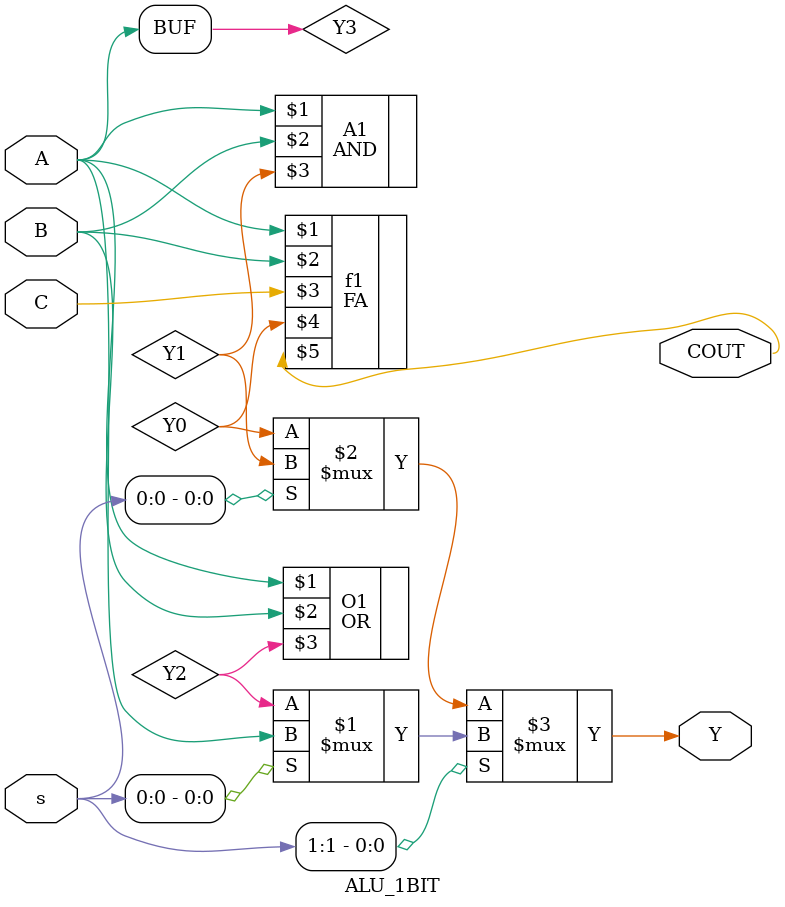
<source format=v>
`timescale 1ns / 1ps
module ALU_1BIT(
    input A,B,C,
	  input [1:0]s,
    output Y,COUT
    );

FA  f1 (A,B,C,Y0,COUT);

AND A1 (A,B,Y1);
OR  O1 (A,B,Y2);
assign Y3=A;  // buffer 

 // ASSIGN Y = S1 ? TRUE     : FALSE 
 
 // ASSIGN Y = S1 ? (S0? TRUE :FALSE) :(S0? TRUE :FALSE);
//         Y = S1 ?    1              :   0

    /*     // operation for ALU 
	    
		         S1 S0     OPERTION    OPERATION OUT
                0  0        FA    			Y0		
		          0  1         AND          Y1
					 1  0         OR           Y2
					 1  1        BUFFER        Y3
		
		 
	 
	 
	 
	 */


assign Y = s[1] ? (s[0]?Y3:Y2) : (s[0]?Y1:Y0);


endmodule

</source>
